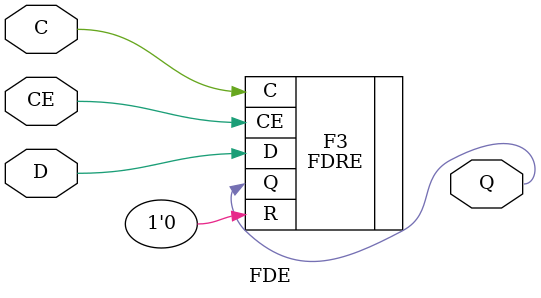
<source format=v>


`timescale  1 ps / 1 ps

module FDE (Q, C, CE, D);

    parameter [0:0] INIT = 1'b0;

    output Q;

    input  C, CE, D;

    wire Q;

    FDRE #(.INIT(INIT)) F3 (.Q(Q), .C(C), .CE(CE), .D(D), .R(1'b0));

endmodule


</source>
